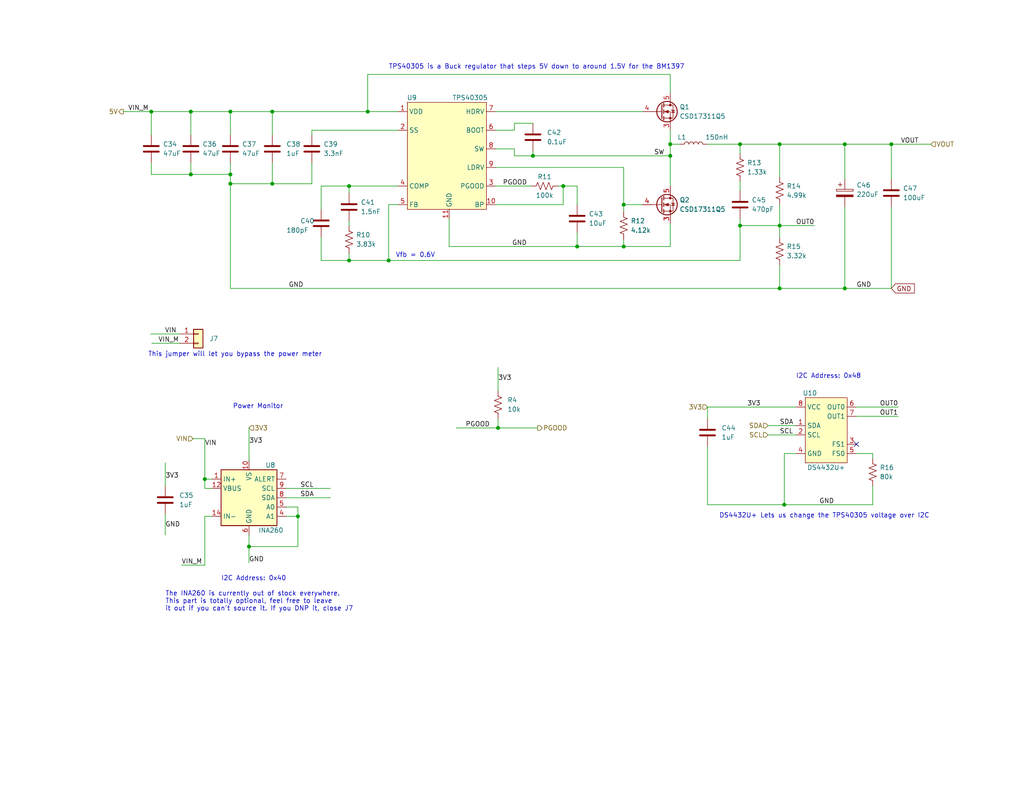
<source format=kicad_sch>
(kicad_sch (version 20230121) (generator eeschema)
  (paper "A")
  (title_block (title "le bitaxeUltra") (date "2023-07-10") (rev "0"))
  (lib_symbols
    (symbol "Connector_Generic:Conn_01x02" (pin_names (offset 1.016) hide)
      (property "Reference" "J" (at 0 2.54 0))
      (property "Value" "Conn_01x02" (at 0 -5.08 0))
      (symbol "Conn_01x02_1_1"
        (rectangle (start -1.27 -2.413) (end 0 -2.667) (stroke (width 0.1524)))
        (rectangle (start -1.27 0.127) (end 0 -0.127) (stroke (width 0.1524)))
        (rectangle (start -1.27 1.27) (end 1.27 -3.81) (stroke (width 0.254)) (fill (type background)))
        (pin passive line (at -5.08 0 0) (length 3.81) (name "Pin_1") (number "1"))
        (pin passive line (at -5.08 -2.54 0) (length 3.81) (name "Pin_2") (number "2"))
      )
    )
    (symbol "Device:C" (pin_numbers hide) (pin_names (offset 0.254))
      (property "Reference" "C" (at 0.635 2.54 0))
      (property "Value" "C" (at 0.635 -2.54 0))
      (symbol "C_0_1"
        (polyline (pts (xy -2.032 -0.762) (xy 2.032 -0.762)) (stroke (width 0.508)))
        (polyline (pts (xy -2.032 0.762) (xy 2.032 0.762)) (stroke (width 0.508)))
      )
      (symbol "C_1_1"
        (pin passive line (at 0 3.81 270) (length 2.794) (name "~") (number "1"))
        (pin passive line (at 0 -3.81 90) (length 2.794) (name "~") (number "2"))
      )
    )
    (symbol "Device:C_Polarized" (pin_numbers hide) (pin_names (offset 0.254))
      (property "Reference" "C" (at 0.635 2.54 0))
      (property "Value" "C_Polarized" (at 0.635 -2.54 0))
      (symbol "C_Polarized_0_1"
        (rectangle (start -2.286 0.508) (end 2.286 1.016))
        (polyline (pts (xy -1.778 2.286) (xy -0.762 2.286)))
        (polyline (pts (xy -1.27 2.794) (xy -1.27 1.778)))
        (rectangle (start 2.286 -0.508) (end -2.286 -1.016) (fill (type outline)))
      )
      (symbol "C_Polarized_1_1"
        (pin passive line (at 0 3.81 270) (length 2.794) (name "~") (number "1"))
        (pin passive line (at 0 -3.81 90) (length 2.794) (name "~") (number "2"))
      )
    )
    (symbol "Device:L" (pin_numbers hide) (pin_names (offset 1.016) hide)
      (property "Reference" "L" (at -1.27 0 90))
      (property "Value" "L" (at 1.905 0 90))
      (symbol "L_0_1"
        (arc (start 0 -2.54) (mid 0.6323 -1.905) (end 0 -1.27))
        (arc (start 0 -1.27) (mid 0.6323 -0.635) (end 0 0))
        (arc (start 0 0) (mid 0.6323 0.635) (end 0 1.27))
        (arc (start 0 1.27) (mid 0.6323 1.905) (end 0 2.54))
      )
      (symbol "L_1_1"
        (pin passive line (at 0 3.81 270) (length 1.27) (name "1") (number "1"))
        (pin passive line (at 0 -3.81 90) (length 1.27) (name "2") (number "2"))
      )
    )
    (symbol "Device:R_US" (pin_numbers hide) (pin_names (offset 0))
      (property "Reference" "R" (at 2.54 0 90))
      (property "Value" "R_US" (at -2.54 0 90))
      (symbol "R_US_0_1"
        (polyline (pts (xy 0 -2.286) (xy 0 -2.54)))
        (polyline (pts (xy 0 2.286) (xy 0 2.54)))
        (polyline (pts (xy 0 -0.762) (xy 1.016 -1.143) (xy 0 -1.524) (xy -1.016 -1.905) (xy 0 -2.286)))
        (polyline (pts (xy 0 0.762) (xy 1.016 0.381) (xy 0 0) (xy -1.016 -0.381) (xy 0 -0.762)))
        (polyline (pts (xy 0 2.286) (xy 1.016 1.905) (xy 0 1.524) (xy -1.016 1.143) (xy 0 0.762)))
      )
      (symbol "R_US_1_1"
        (pin passive line (at 0 3.81 270) (length 1.27) (name "~") (number "1"))
        (pin passive line (at 0 -3.81 90) (length 1.27) (name "~") (number "2"))
      )
    )
    (symbol "Sensor:INA260"
      (property "Reference" "U" (at -6.35 8.89 0))
      (property "Value" "INA260" (at 2.54 8.89 0))
      (symbol "INA260_0_1"
        (rectangle (start -7.62 7.62) (end 7.62 -7.62) (stroke (width 0.254)) (fill (type background)))
      )
      (symbol "INA260_1_1"
        (pin passive line (at -10.16 5.08 0) (length 2.54) (name "IN+") (number "1"))
        (pin power_in line (at 0 10.16 270) (length 2.54) (name "VS") (number "10"))
        (pin passive line (at 0 -10.16 90) (length 2.54) hide (name "GND") (number "11"))
        (pin passive line (at -10.16 2.54 0) (length 2.54) (name "VBUS") (number "12"))
        (pin no_connect line (at 2.54 -7.62 90) (length 2.54) hide (name "NC") (number "13"))
        (pin passive line (at -10.16 -5.08 0) (length 2.54) (name "IN-") (number "14"))
        (pin passive line (at -10.16 -5.08 0) (length 2.54) hide (name "IN-") (number "15"))
        (pin passive line (at -10.16 -5.08 0) (length 2.54) hide (name "IN-") (number "16"))
        (pin passive line (at -10.16 5.08 0) (length 2.54) hide (name "IN+") (number "2"))
        (pin passive line (at -10.16 5.08 0) (length 2.54) hide (name "IN+") (number "3"))
        (pin input line (at 10.16 -5.08 180) (length 2.54) (name "A1") (number "4"))
        (pin input line (at 10.16 -2.54 180) (length 2.54) (name "A0") (number "5"))
        (pin power_in line (at 0 -10.16 90) (length 2.54) (name "GND") (number "6"))
        (pin open_collector line (at 10.16 5.08 180) (length 2.54) (name "ALERT") (number "7"))
        (pin bidirectional line (at 10.16 0 180) (length 2.54) (name "SDA") (number "8"))
        (pin input line (at 10.16 2.54 180) (length 2.54) (name "SCL") (number "9"))
      )
    )
    (symbol "bitaxe:DS4432U+"
      (property "Reference" "U10" (at -5.08 10.16 0))
      (property "Value" "DS4432U+" (at -0.635 -10.16 0))
      (symbol "DS4432U+_0_1"
        (rectangle (start -6.35 8.89) (end 5.08 -8.89) (stroke (width 0.1524)) (fill (type background)))
      )
      (symbol "DS4432U+_1_1"
        (pin input line (at -8.89 1.27 0) (length 2.54) (name "SDA") (number "1"))
        (pin input line (at -8.89 -1.27 0) (length 2.54) (name "SCL") (number "2"))
        (pin input line (at 7.62 -3.81 180) (length 2.54) (name "FS1") (number "3"))
        (pin power_in line (at -8.89 -6.35 0) (length 2.54) (name "GND") (number "4"))
        (pin input line (at 7.62 -6.35 180) (length 2.54) (name "FS0") (number "5"))
        (pin output line (at 7.62 6.35 180) (length 2.54) (name "OUT0") (number "6"))
        (pin output line (at 7.62 3.81 180) (length 2.54) (name "OUT1") (number "7"))
        (pin power_in line (at -8.89 6.35 0) (length 2.54) (name "VCC") (number "8"))
      )
    )
    (symbol "bitaxe:Q_NMOS_CSD17311Q5_1" (pin_names (offset 0) hide)
      (property "Reference" "Q1" (at 5.08 1.27 0))
      (property "Value" "CSD17311Q5" (at 5.08 -1.27 0))
      (symbol "Q_NMOS_CSD17311Q5_1_0_1"
        (polyline (pts (xy 0.254 0) (xy -2.54 0)))
        (polyline (pts (xy 0.254 1.905) (xy 0.254 -1.905)) (stroke (width 0.254)))
        (polyline (pts (xy 0.762 -1.27) (xy 0.762 -2.286)) (stroke (width 0.254)))
        (polyline (pts (xy 0.762 0.508) (xy 0.762 -0.508)) (stroke (width 0.254)))
        (polyline (pts (xy 0.762 2.286) (xy 0.762 1.27)) (stroke (width 0.254)))
        (polyline (pts (xy 2.54 2.54) (xy 2.54 1.778)))
        (polyline (pts (xy 2.54 -2.54) (xy 2.54 0) (xy 0.762 0)))
        (polyline (pts (xy 0.762 -1.778) (xy 3.302 -1.778) (xy 3.302 1.778) (xy 0.762 1.778)))
        (polyline (pts (xy 1.016 0) (xy 2.032 0.381) (xy 2.032 -0.381) (xy 1.016 0)) (fill (type outline)))
        (polyline (pts (xy 2.794 0.508) (xy 2.921 0.381) (xy 3.683 0.381) (xy 3.81 0.254)))
        (polyline (pts (xy 3.302 0.381) (xy 2.921 -0.254) (xy 3.683 -0.254) (xy 3.302 0.381)))
        (circle (center 1.651 0) (radius 2.794) (stroke (width 0.254)))
        (circle (center 2.54 -1.778) (radius 0.254) (fill (type outline)))
        (circle (center 2.54 1.778) (radius 0.254) (fill (type outline)))
      )
      (symbol "Q_NMOS_CSD17311Q5_1_1_1"
        (pin passive line (at 2.54 -5.08 90) (length 2.54) hide (name "") (number "1"))
        (pin passive line (at 2.54 -5.08 90) (length 2.54) hide (name "") (number "2"))
        (pin passive line (at 2.54 -5.08 90) (length 2.54) (name "S") (number "3"))
        (pin input line (at -5.08 0 0) (length 2.54) (name "G") (number "4"))
        (pin passive line (at 2.54 5.08 270) (length 2.54) (name "D") (number "5"))
      )
    )
    (symbol "bitaxe:TPS40305"
      (property "Reference" "U9" (at -10.16 16.51 0))
      (property "Value" "TPS40305" (at 5.715 16.51 0))
      (symbol "TPS40305_0_1"
        (rectangle (start -11.43 15.24) (end 10.16 -13.97) (stroke (width 0.1524)) (fill (type background)))
      )
      (symbol "TPS40305_1_1"
        (pin input line (at -13.97 12.7 0) (length 2.54) (name "VDD") (number "1"))
        (pin input line (at 12.7 -12.7 180) (length 2.54) (name "BP") (number "10"))
        (pin input line (at 0 -16.51 90) (length 2.54) (name "GND") (number "11"))
        (pin input line (at -13.97 7.62 0) (length 2.54) (name "SS") (number "2"))
        (pin input line (at 12.7 -7.62 180) (length 2.54) (name "PGOOD") (number "3"))
        (pin input line (at -13.97 -7.62 0) (length 2.54) (name "COMP") (number "4"))
        (pin input line (at -13.97 -12.7 0) (length 2.54) (name "FB") (number "5"))
        (pin input line (at 12.7 7.62 180) (length 2.54) (name "BOOT") (number "6"))
        (pin input line (at 12.7 12.7 180) (length 2.54) (name "HDRV") (number "7"))
        (pin input line (at 12.7 2.54 180) (length 2.54) (name "SW") (number "8"))
        (pin input line (at 12.7 -2.54 180) (length 2.54) (name "LDRV") (number "9"))
      )
    )
  )
  (junction (at 135.89 116.84))
  (junction (at 62.865 50.165))
  (junction (at 201.93 61.595))
  (junction (at 62.865 47.625))
  (junction (at 153.67 50.8))
  (junction (at 213.995 137.795))
  (junction (at 41.275 30.48))
  (junction (at 145.415 42.545))
  (junction (at 182.88 42.545))
  (junction (at 212.725 78.74))
  (junction (at 95.25 50.8))
  (junction (at 182.88 39.37))
  (junction (at 170.18 55.88))
  (junction (at 230.505 78.74))
  (junction (at 212.725 39.37))
  (junction (at 52.07 47.625))
  (junction (at 74.295 30.48))
  (junction (at 100.33 30.48))
  (junction (at 106.045 71.12))
  (junction (at 67.945 149.225))
  (junction (at 52.07 30.48))
  (junction (at 230.505 39.37))
  (junction (at 212.725 61.595))
  (junction (at 81.28 140.97))
  (junction (at 157.48 67.31))
  (junction (at 62.865 30.48))
  (junction (at 74.295 50.165))
  (junction (at 243.205 39.37))
  (junction (at 55.88 130.81))
  (junction (at 201.93 39.37))
  (junction (at 95.25 71.12))
  (junction (at 170.18 67.31))
  (no_connect (at 233.68 121.285))
  (wire (pts (xy 243.205 39.37) (xy 230.505 39.37)))
  (wire (pts (xy 193.04 111.125) (xy 217.17 111.125)))
  (wire (pts (xy 157.48 63.5) (xy 157.48 67.31)))
  (wire (pts (xy 41.275 30.48) (xy 52.07 30.48)))
  (wire (pts (xy 108.585 50.8) (xy 95.25 50.8)))
  (wire (pts (xy 182.88 35.56) (xy 182.88 39.37)))
  (wire (pts (xy 243.205 48.895) (xy 243.205 39.37)))
  (wire (pts (xy 170.18 55.88) (xy 175.26 55.88)))
  (wire (pts (xy 67.945 116.84) (xy 67.945 125.73)))
  (wire (pts (xy 95.25 60.325) (xy 95.25 61.595)))
  (wire (pts (xy 74.295 44.45) (xy 74.295 50.165)))
  (wire (pts (xy 212.725 55.88) (xy 212.725 61.595)))
  (wire (pts (xy 170.18 45.72) (xy 170.18 55.88)))
  (wire (pts (xy 55.88 130.81) (xy 55.88 119.761)))
  (wire (pts (xy 52.07 44.45) (xy 52.07 47.625)))
  (wire (pts (xy 170.18 67.31) (xy 170.18 65.405)))
  (wire (pts (xy 233.68 113.665) (xy 245.11 113.665)))
  (wire (pts (xy 85.09 44.45) (xy 85.09 50.165)))
  (wire (pts (xy 182.88 20.32) (xy 100.33 20.32)))
  (wire (pts (xy 193.04 114.3) (xy 193.04 111.125)))
  (wire (pts (xy 201.93 39.37) (xy 201.93 41.91)))
  (wire (pts (xy 57.785 133.35) (xy 55.88 133.35)))
  (wire (pts (xy 52.07 47.625) (xy 62.865 47.625)))
  (wire (pts (xy 243.205 39.37) (xy 254 39.37)))
  (wire (pts (xy 55.88 140.97) (xy 55.88 154.305)))
  (wire (pts (xy 124.46 116.84) (xy 135.89 116.84)))
  (wire (pts (xy 87.63 71.12) (xy 87.63 64.77)))
  (wire (pts (xy 87.63 50.8) (xy 87.63 57.15)))
  (wire (pts (xy 49.53 154.305) (xy 55.88 154.305)))
  (wire (pts (xy 209.55 116.205) (xy 217.17 116.205)))
  (wire (pts (xy 62.865 50.165) (xy 74.295 50.165)))
  (wire (pts (xy 78.105 138.43) (xy 81.28 138.43)))
  (wire (pts (xy 122.555 67.31) (xy 157.48 67.31)))
  (wire (pts (xy 81.28 149.225) (xy 67.945 149.225)))
  (wire (pts (xy 213.995 123.825) (xy 217.17 123.825)))
  (wire (pts (xy 62.865 78.74) (xy 212.725 78.74)))
  (wire (pts (xy 201.93 49.53) (xy 201.93 52.07)))
  (wire (pts (xy 57.785 130.81) (xy 55.88 130.81)))
  (wire (pts (xy 74.295 30.48) (xy 74.295 36.83)))
  (wire (pts (xy 95.25 69.215) (xy 95.25 71.12)))
  (wire (pts (xy 212.725 72.39) (xy 212.725 78.74)))
  (wire (pts (xy 41.402 93.726) (xy 49.022 93.726)))
  (wire (pts (xy 157.48 67.31) (xy 170.18 67.31)))
  (wire (pts (xy 238.125 132.715) (xy 238.125 137.795)))
  (wire (pts (xy 153.67 55.88) (xy 153.67 50.8)))
  (wire (pts (xy 230.505 39.37) (xy 230.505 48.895)))
  (wire (pts (xy 212.725 61.595) (xy 212.725 64.77)))
  (wire (pts (xy 140.335 40.64) (xy 140.335 42.545)))
  (wire (pts (xy 182.88 60.96) (xy 182.88 67.31)))
  (wire (pts (xy 81.28 138.43) (xy 81.28 140.97)))
  (wire (pts (xy 135.255 45.72) (xy 170.18 45.72)))
  (wire (pts (xy 135.255 40.64) (xy 140.335 40.64)))
  (wire (pts (xy 41.275 47.625) (xy 52.07 47.625)))
  (wire (pts (xy 233.68 111.125) (xy 245.11 111.125)))
  (wire (pts (xy 135.255 55.88) (xy 153.67 55.88)))
  (wire (pts (xy 41.275 36.83) (xy 41.275 30.48)))
  (wire (pts (xy 230.505 56.515) (xy 230.505 78.74)))
  (wire (pts (xy 62.865 30.48) (xy 62.865 36.83)))
  (wire (pts (xy 152.4 50.8) (xy 153.67 50.8)))
  (wire (pts (xy 52.07 30.48) (xy 62.865 30.48)))
  (wire (pts (xy 213.995 137.795) (xy 213.995 123.825)))
  (wire (pts (xy 45.085 140.335) (xy 45.085 146.05)))
  (wire (pts (xy 140.335 42.545) (xy 145.415 42.545)))
  (wire (pts (xy 230.505 39.37) (xy 212.725 39.37)))
  (wire (pts (xy 100.33 20.32) (xy 100.33 30.48)))
  (wire (pts (xy 182.88 67.31) (xy 170.18 67.31)))
  (wire (pts (xy 67.945 149.225) (xy 67.945 153.67)))
  (wire (pts (xy 233.68 123.825) (xy 238.125 123.825)))
  (wire (pts (xy 135.89 116.84) (xy 146.685 116.84)))
  (wire (pts (xy 170.18 55.88) (xy 170.18 57.785)))
  (wire (pts (xy 182.88 42.545) (xy 182.88 50.8)))
  (wire (pts (xy 95.25 71.12) (xy 87.63 71.12)))
  (wire (pts (xy 62.865 30.48) (xy 74.295 30.48)))
  (wire (pts (xy 230.505 78.74) (xy 243.205 78.74)))
  (wire (pts (xy 193.04 137.795) (xy 213.995 137.795)))
  (wire (pts (xy 78.105 140.97) (xy 81.28 140.97)))
  (wire (pts (xy 67.945 146.05) (xy 67.945 149.225)))
  (wire (pts (xy 135.255 50.8) (xy 144.78 50.8)))
  (wire (pts (xy 106.045 71.12) (xy 95.25 71.12)))
  (wire (pts (xy 157.48 50.8) (xy 157.48 55.88)))
  (wire (pts (xy 52.07 30.48) (xy 52.07 36.83)))
  (wire (pts (xy 135.89 114.3) (xy 135.89 116.84)))
  (wire (pts (xy 62.865 47.625) (xy 62.865 50.165)))
  (wire (pts (xy 145.415 42.545) (xy 182.88 42.545)))
  (wire (pts (xy 182.88 25.4) (xy 182.88 20.32)))
  (wire (pts (xy 62.865 50.165) (xy 62.865 78.74)))
  (wire (pts (xy 41.275 44.45) (xy 41.275 47.625)))
  (wire (pts (xy 62.865 44.45) (xy 62.865 47.625)))
  (wire (pts (xy 122.555 59.69) (xy 122.555 67.31)))
  (wire (pts (xy 212.725 61.595) (xy 222.25 61.595)))
  (wire (pts (xy 212.725 78.74) (xy 230.505 78.74)))
  (wire (pts (xy 193.04 39.37) (xy 201.93 39.37)))
  (wire (pts (xy 209.55 118.745) (xy 217.17 118.745)))
  (wire (pts (xy 108.585 55.88) (xy 106.045 55.88)))
  (wire (pts (xy 108.585 35.56) (xy 85.09 35.56)))
  (wire (pts (xy 57.785 140.97) (xy 55.88 140.97)))
  (wire (pts (xy 201.93 39.37) (xy 212.725 39.37)))
  (wire (pts (xy 153.67 50.8) (xy 157.48 50.8)))
  (wire (pts (xy 140.335 35.56) (xy 140.335 33.655)))
  (wire (pts (xy 201.93 59.69) (xy 201.93 61.595)))
  (wire (pts (xy 41.148 91.186) (xy 49.022 91.186)))
  (wire (pts (xy 243.205 56.515) (xy 243.205 78.74)))
  (wire (pts (xy 201.93 71.12) (xy 106.045 71.12)))
  (wire (pts (xy 95.25 50.8) (xy 87.63 50.8)))
  (wire (pts (xy 74.295 30.48) (xy 100.33 30.48)))
  (wire (pts (xy 140.335 33.655) (xy 145.415 33.655)))
  (wire (pts (xy 145.415 41.275) (xy 145.415 42.545)))
  (wire (pts (xy 45.085 126.365) (xy 45.085 132.715)))
  (wire (pts (xy 135.255 30.48) (xy 175.26 30.48)))
  (wire (pts (xy 55.88 133.35) (xy 55.88 130.81)))
  (wire (pts (xy 100.33 30.48) (xy 108.585 30.48)))
  (wire (pts (xy 85.09 35.56) (xy 85.09 36.83)))
  (wire (pts (xy 212.725 39.37) (xy 212.725 48.26)))
  (wire (pts (xy 182.88 39.37) (xy 185.42 39.37)))
  (wire (pts (xy 135.89 100.33) (xy 135.89 106.68)))
  (wire (pts (xy 238.125 123.825) (xy 238.125 125.095)))
  (wire (pts (xy 201.93 61.595) (xy 201.93 71.12)))
  (wire (pts (xy 135.255 35.56) (xy 140.335 35.56)))
  (wire (pts (xy 78.105 133.35) (xy 90.17 133.35)))
  (wire (pts (xy 81.28 140.97) (xy 81.28 149.225)))
  (wire (pts (xy 106.045 55.88) (xy 106.045 71.12)))
  (wire (pts (xy 182.88 39.37) (xy 182.88 42.545)))
  (wire (pts (xy 238.125 137.795) (xy 213.995 137.795)))
  (wire (pts (xy 193.04 121.92) (xy 193.04 137.795)))
  (wire (pts (xy 52.705 119.761) (xy 55.88 119.761)))
  (wire (pts (xy 33.655 30.48) (xy 41.275 30.48)))
  (wire (pts (xy 78.105 135.89) (xy 90.17 135.89)))
  (wire (pts (xy 74.295 50.165) (xy 85.09 50.165)))
  (wire (pts (xy 201.93 61.595) (xy 212.725 61.595)))
  (wire (pts (xy 95.25 50.8) (xy 95.25 52.705)))
  (text "DS4432U+ Lets us change the TPS40305 voltage over I2C" (at 196.215 141.605 0) (effects (font (size 1.27 1.27)) (justify left bottom)))
  (text "I2C Address: 0x48" (at 217.17 103.505 0) (effects (font (size 1.27 1.27)) (justify left bottom)))
  (text "The INA260 is currently out of stock everywhere.\nThis part is totally optional, feel free to leave \nit out if you can't source it. If you DNP it, close J7" (at 45.085 167.005 0) (effects (font (size 1.27 1.27)) (justify left bottom)))
  (text "Power Monitor" (at 63.5 111.76 0) (effects (font (size 1.27 1.27)) (justify left bottom)))
  (text "TPS40305 is a Buck regulator that steps 5V down to around 1.5V for the BM1397" (at 106.045 19.05 0) (effects (font (size 1.27 1.27)) (justify left bottom)))
  (text "I2C Address: 0x40" (at 60.325 158.75 0) (effects (font (size 1.27 1.27)) (justify left bottom)))
  (text "Vfb = 0.6V" (at 107.95 70.485 0) (effects (font (size 1.27 1.27)) (justify left bottom)))
  (text "This jumper will let you bypass the power meter" (at 40.386 97.536 0) (effects (font (size 1.27 1.27)) (justify left bottom)))
  (label "3V3" (at 203.835 111.125 0))
  (label "SDA" (at 212.725 116.205 0))
  (label "VIN_M" (at 34.925 30.48 0))
  (label "GND" (at 233.68 78.74 0))
  (label "VIN_M" (at 49.53 154.305 0))
  (label "GND" (at 78.74 78.74 0))
  (label "VIN" (at 44.958 91.186 0))
  (label "GND" (at 67.945 153.67 0))
  (label "3V3" (at 67.945 121.285 0))
  (label "PGOOD" (at 137.16 50.8 0))
  (label "GND" (at 45.085 144.145 0))
  (label "SCL" (at 81.915 133.35 0))
  (label "VOUT" (at 245.745 39.37 0))
  (label "3V3" (at 45.085 130.81 0))
  (label "OUT1" (at 240.03 113.665 0))
  (label "SCL" (at 212.725 118.745 0))
  (label "SDA" (at 81.915 135.89 0))
  (label "OUT0" (at 217.17 61.595 0))
  (label "OUT0" (at 240.03 111.125 0))
  (label "GND" (at 223.52 137.795 0))
  (label "VIN_M" (at 43.18 93.726 0))
  (label "3V3" (at 135.89 104.14 0))
  (label "PGOOD" (at 127 116.84 0))
  (label "SW" (at 178.435 42.545 0))
  (label "GND" (at 139.7 67.31 0))
  (label "VIN" (at 55.88 121.92 0))
  (global_label "GND" (shape input) (at 243.205 78.74 0) (property "Intersheetrefs" "${INTERSHEET_REFS}" (effects hide)))
  (hierarchical_label "SDA" (shape input) (at 209.55 116.205 180))
  (hierarchical_label "5V" (shape output) (at 33.655 30.48 180))
  (hierarchical_label "SCL" (shape input) (at 209.55 118.745 180))
  (hierarchical_label "3V3" (shape input) (at 67.945 116.84 0))
  (hierarchical_label "VOUT" (shape input) (at 254 39.37 0))
  (hierarchical_label "VIN" (shape input) (at 52.705 119.761 180))
  (hierarchical_label "3V3" (shape input) (at 193.04 111.125 180))
  (hierarchical_label "PGOOD" (shape output) (at 146.685 116.84 0))
  (symbol (lib_id "Device:C") (at 157.48 59.69 0) (unit 1)
    (property "Reference" "C43" (at 160.655 58.4199 0) (effects (justify left)))
    (property "Value" "10uF" (at 160.655 60.9599 0) (effects (justify left)))
    (property "Footprint" "Capacitor_SMD:C_0805_2012Metric" (effects hide))
    (property "DK" "1276-1096-1-ND" (effects hide))
    (property "PARTNO" "CL21A106KOQNNNE" (effects hide))
  )
  (symbol (lib_id "Device:R_US") (at 212.725 52.07 0) (unit 1)
    (property "Reference" "R14" (at 214.63 50.7999 0) (effects (justify left)))
    (property "Value" "4.99k" (at 214.63 53.3399 0) (effects (justify left)))
    (property "Footprint" "Resistor_SMD:R_0402_1005Metric" (effects hide))
    (property "DK" "311-4.99KLRCT-ND" (effects hide))
    (property "PARTNO" "RC0402FR-074K99L" (effects hide))
  )
  (symbol (lib_id "Device:C") (at 62.865 40.64 0) (unit 1)
    (property "Reference" "C37" (at 66.04 39.3699 0) (effects (justify left)))
    (property "Value" "47uF" (at 66.04 41.9099 0) (effects (justify left)))
    (property "Footprint" "Capacitor_SMD:C_1210_3225Metric" (effects hide))
    (property "DK" "490-6539-1-ND" (effects hide))
    (property "PARTNO" "GRM32ER61C476KE15L" (effects hide))
  )
  (symbol (lib_id "Device:C_Polarized") (at 230.505 52.705 0) (unit 1)
    (property "Reference" "C46" (at 233.68 50.5459 0) (effects (justify left)))
    (property "Value" "220uF" (at 233.68 53.0859 0) (effects (justify left)))
    (property "Footprint" "bitaxe:CAP_2R5TPE220MAFB" (effects hide))
    (property "Datasheet" "https://media.digikey.com/pdf/Data%20Sheets/Panasonic%20Capacitors%20PDFs/TPE_Series_POSCAP_Rev02_Oct_2017.pdf" (effects hide))
    (property "PARTNO" "2R5TPE220MAFB" (effects hide))
    (property "DK" "P16200CT-ND" (effects hide))
  )
  (symbol (lib_id "bitaxe:TPS40305") (at 122.555 43.18 0) (unit 1)
    (property "Reference" "U9" (at 112.395 26.67 0))
    (property "Value" "TPS40305" (at 128.27 26.67 0))
    (property "Footprint" "bitaxe:TPS40305" (effects hide))
    (property "Datasheet" "https://www.ti.com/lit/ds/symlink/tps40303.pdf" (effects hide))
    (property "DK" "296-37445-1-ND" (effects hide))
    (property "PARTNO" "TPS40305DRCR" (effects hide))
  )
  (symbol (lib_id "Sensor:INA260") (at 67.945 135.89 0) (unit 1)
    (property "Reference" "U8" (at 72.39 127 0) (effects (justify left)))
    (property "Value" "INA260" (at 70.485 144.78 0) (effects (justify left)))
    (property "Footprint" "Package_SO:TSSOP-16_4.4x5mm_P0.65mm" (effects hide))
    (property "Datasheet" "http://www.ti.com/lit/ds/symlink/ina260.pdf" (effects hide))
    (property "PARTNO" "INA260AIPWR" (effects hide))
    (property "DK" "296-47777-1-ND" (effects hide))
  )
  (symbol (lib_id "Device:C") (at 41.275 40.64 0) (unit 1)
    (property "Reference" "C34" (at 44.45 39.3699 0) (effects (justify left)))
    (property "Value" "47uF" (at 44.45 41.9099 0) (effects (justify left)))
    (property "Footprint" "Capacitor_SMD:C_1210_3225Metric" (effects hide))
    (property "DK" "490-6539-1-ND" (effects hide))
    (property "PARTNO" "GRM32ER61C476KE15L" (effects hide))
  )
  (symbol (lib_id "bitaxe:Q_NMOS_CSD17311Q5_1") (at 180.34 55.88 0) (unit 1)
    (property "Reference" "Q2" (at 185.42 54.61 0) (effects (justify left)))
    (property "Value" "CSD17311Q5" (at 185.42 57.15 0) (effects (justify left)))
    (property "Footprint" "bitaxe:CSD17311Q5" (effects hide))
    (property "Datasheet" "https://www.ti.com/lit/ds/symlink/csd17311q5.pdf" (effects hide))
    (property "DK" "296-27625-1-ND" (effects hide))
    (property "PARTNO" "CSD17311Q5" (effects hide))
  )
  (symbol (lib_id "Device:C") (at 85.09 40.64 0) (unit 1)
    (property "Reference" "C39" (at 88.265 39.3699 0) (effects (justify left)))
    (property "Value" "3.3nF" (at 88.265 41.9099 0) (effects (justify left)))
    (property "Footprint" "Capacitor_SMD:C_0402_1005Metric" (effects hide))
    (property "DK" "1276-1552-1-ND" (effects hide))
    (property "PARTNO" "CL05B332KB5NNNC" (effects hide))
  )
  (symbol (lib_id "Device:C") (at 52.07 40.64 0) (unit 1)
    (property "Reference" "C36" (at 55.245 39.3699 0) (effects (justify left)))
    (property "Value" "47uF" (at 55.245 41.9099 0) (effects (justify left)))
    (property "Footprint" "Capacitor_SMD:C_1210_3225Metric" (effects hide))
    (property "DK" "490-6539-1-ND" (effects hide))
    (property "PARTNO" "GRM32ER61C476KE15L" (effects hide))
  )
  (symbol (lib_id "Device:C") (at 74.295 40.64 0) (unit 1)
    (property "Reference" "C38" (at 78.105 39.3699 0) (effects (justify left)))
    (property "Value" "1uF" (at 78.105 41.9099 0) (effects (justify left)))
    (property "Footprint" "Capacitor_SMD:C_0805_2012Metric" (effects hide))
    (property "DK" "1276-6471-1-ND" (effects hide))
    (property "PARTNO" "CL21B105KOFNNNG" (effects hide))
  )
  (symbol (lib_id "bitaxe:DS4432U+") (at 226.06 117.475 0) (unit 1)
    (property "Reference" "U10" (at 220.98 107.315 0))
    (property "Value" "DS4432U+" (at 225.425 127.635 0))
    (property "Footprint" "Package_SO:TSSOP-8_3x3mm_P0.65mm" (effects hide))
    (property "Datasheet" "https://datasheets.maximintegrated.com/en/ds/DS4432.pdf" (effects hide))
    (property "DK" "DS4432U+-ND" (effects hide))
    (property "PARTNO" "DS4432U+" (effects hide))
  )
  (symbol (lib_id "Device:C") (at 243.205 52.705 0) (unit 1)
    (property "Reference" "C47" (at 246.38 51.4349 0) (effects (justify left)))
    (property "Value" "100uF" (at 246.38 53.9749 0) (effects (justify left)))
    (property "Footprint" "Capacitor_SMD:C_1206_3216Metric" (effects hide))
    (property "PARTNO" "C3216X5R0J107M160AB" (effects hide))
    (property "DK" "445-6008-1-ND" (effects hide))
  )
  (symbol (lib_id "Device:C") (at 95.25 56.515 0) (unit 1)
    (property "Reference" "C41" (at 98.425 55.2449 0) (effects (justify left)))
    (property "Value" "1.5nF" (at 98.425 57.7849 0) (effects (justify left)))
    (property "Footprint" "Capacitor_SMD:C_0805_2012Metric" (effects hide))
    (property "DK" "311-1128-1-ND" (effects hide))
    (property "PARTNO" "CC0805KRX7R9BB152" (effects hide))
  )
  (symbol (lib_id "Device:R_US") (at 212.725 68.58 0) (unit 1)
    (property "Reference" "R15" (at 214.63 67.3099 0) (effects (justify left)))
    (property "Value" "3.32k" (at 214.63 69.8499 0) (effects (justify left)))
    (property "Footprint" "Resistor_SMD:R_0402_1005Metric" (effects hide))
    (property "DK" "311-3.32KLRCT-ND" (effects hide))
    (property "PARTNO" "RC0402FR-073K32L" (effects hide))
  )
  (symbol (lib_id "Device:R_US") (at 148.59 50.8 90) (unit 1)
    (property "Reference" "R11" (at 148.59 48.26 90))
    (property "Value" "100k" (at 148.59 53.34 90))
    (property "Footprint" "Resistor_SMD:R_0402_1005Metric" (effects hide))
    (property "DK" "311-100KJRCT-ND" (effects hide))
    (property "PARTNO" "RC0402JR-07100KL" (effects hide))
  )
  (symbol (lib_id "Device:C") (at 145.415 37.465 0) (unit 1)
    (property "Reference" "C42" (at 149.225 36.1949 0) (effects (justify left)))
    (property "Value" "0.1uF" (at 149.225 38.7349 0) (effects (justify left)))
    (property "Footprint" "Capacitor_SMD:C_0402_1005Metric" (effects hide))
    (property "DK" "1292-1639-1-ND" (effects hide))
    (property "PARTNO" "0402X104K100CT" (effects hide))
  )
  (symbol (lib_id "Connector_Generic:Conn_01x02") (at 54.102 91.186 0) (unit 1)
    (property "Reference" "J7" (at 57.15 92.4559 0) (effects (justify left)))
    (property "Value" "Conn_01x02" (effects hide))
    (property "Footprint" "Connector_PinHeader_2.54mm:PinHeader_1x02_P2.54mm_Vertical" (effects hide))
  )
  (symbol (lib_id "Device:R_US") (at 238.125 128.905 0) (unit 1)
    (property "Reference" "R16" (at 240.03 127.6349 0) (effects (justify left)))
    (property "Value" "80k" (at 240.03 130.1749 0) (effects (justify left)))
    (property "Footprint" "Resistor_SMD:R_0402_1005Metric" (effects hide))
    (property "DK" "311-80.6KLRCT-ND" (effects hide))
    (property "PARTNO" "RC0402FR-0780K6L" (effects hide))
  )
  (symbol (lib_id "Device:C") (at 193.04 118.11 0) (unit 1)
    (property "Reference" "C44" (at 196.85 116.8399 0) (effects (justify left)))
    (property "Value" "1uF" (at 196.85 119.3799 0) (effects (justify left)))
    (property "Footprint" "Capacitor_SMD:C_0402_1005Metric" (effects hide))
    (property "DK" "587-5514-1-ND" (effects hide))
    (property "PARTNO" "EMK105BJ105MV-F" (effects hide))
  )
  (symbol (lib_id "Device:R_US") (at 201.93 45.72 0) (unit 1)
    (property "Reference" "R13" (at 203.835 44.4499 0) (effects (justify left)))
    (property "Value" "1.33k" (at 203.835 46.9899 0) (effects (justify left)))
    (property "Footprint" "Resistor_SMD:R_0402_1005Metric" (effects hide))
    (property "DK" "311-1.33KLRCT-ND" (effects hide))
    (property "PARTNO" "RC0402FR-071K33L" (effects hide))
  )
  (symbol (lib_id "Device:R_US") (at 95.25 65.405 0) (unit 1)
    (property "Reference" "R10" (at 97.155 64.1349 0) (effects (justify left)))
    (property "Value" "3.83k" (at 97.155 66.6749 0) (effects (justify left)))
    (property "Footprint" "Resistor_SMD:R_0402_1005Metric" (effects hide))
    (property "DK" "311-3.83KLRCT-ND" (effects hide))
    (property "PARTNO" "RC0402FR-073K83L" (effects hide))
  )
  (symbol (lib_id "bitaxe:Q_NMOS_CSD17311Q5_1") (at 180.34 30.48 0) (unit 1)
    (property "Reference" "Q1" (at 185.42 29.21 0) (effects (justify left)))
    (property "Value" "CSD17311Q5" (at 185.42 31.75 0) (effects (justify left)))
    (property "Footprint" "bitaxe:CSD17311Q5" (effects hide))
    (property "Datasheet" "https://www.ti.com/lit/ds/symlink/csd17311q5.pdf" (effects hide))
    (property "DK" "296-27625-1-ND" (effects hide))
    (property "PARTNO" "CSD17311Q5" (effects hide))
  )
  (symbol (lib_id "Device:C") (at 201.93 55.88 0) (unit 1)
    (property "Reference" "C45" (at 205.105 54.6099 0) (effects (justify left)))
    (property "Value" "470pF" (at 205.105 57.1499 0) (effects (justify left)))
    (property "Footprint" "Capacitor_SMD:C_0805_2012Metric" (effects hide))
    (property "DK" "1292-1580-1-ND" (effects hide))
    (property "PARTNO" "0805B471K500CT" (effects hide))
  )
  (symbol (lib_id "Device:L") (at 189.23 39.37 90) (unit 1)
    (property "Reference" "L1" (at 186.055 37.465 90))
    (property "Value" "150nH" (at 195.58 37.465 90))
    (property "Footprint" "bitaxe:FP1005R1-R15-R" (effects hide))
    (property "Datasheet" "https://www.eaton.com/content/dam/eaton/products/electronic-components/resources/data-sheet/eaton-fp1005r-high-current-power-inductors-data-sheet.pdf" (effects hide))
    (property "PARTNO" "FP1005R1-R15-R" (effects hide))
    (property "DK" "513-1568-1-ND" (effects hide))
  )
  (symbol (lib_id "Device:R_US") (at 170.18 61.595 0) (unit 1)
    (property "Reference" "R12" (at 172.085 60.3249 0) (effects (justify left)))
    (property "Value" "4.12k" (at 172.085 62.8649 0) (effects (justify left)))
    (property "Footprint" "Resistor_SMD:R_0402_1005Metric" (effects hide))
    (property "DK" "RMCF0402FT4K12CT-ND" (effects hide))
    (property "PARTNO" "RMCF0402FT4K12" (effects hide))
  )
  (symbol (lib_id "Device:C") (at 45.085 136.525 0) (unit 1)
    (property "Reference" "C35" (at 48.895 135.2549 0) (effects (justify left)))
    (property "Value" "1uF" (at 48.895 137.7949 0) (effects (justify left)))
    (property "Footprint" "Capacitor_SMD:C_0402_1005Metric" (effects hide))
    (property "DK" "587-5514-1-ND" (effects hide))
    (property "PARTNO" "EMK105BJ105MV-F" (effects hide))
  )
  (symbol (lib_id "Device:C") (at 87.63 60.96 0) (unit 1)
    (property "Reference" "C40" (at 81.915 60.325 0) (effects (justify left)))
    (property "Value" "180pF" (at 78.105 62.865 0) (effects (justify left)))
    (property "Footprint" "Capacitor_SMD:C_0805_2012Metric" (effects hide))
    (property "DK" "311-1114-1-ND" (effects hide))
    (property "PARTNO" "CC0805JRNPO9BN181" (effects hide))
  )
  (symbol (lib_id "Device:R_US") (at 135.89 110.49 0) (unit 1)
    (property "Reference" "R4" (at 138.43 109.2199 0) (effects (justify left)))
    (property "Value" "10k" (at 138.43 111.7599 0) (effects (justify left)))
    (property "Footprint" "Resistor_SMD:R_0402_1005Metric" (effects hide))
    (property "DK" "311-10KJRCT-ND" (effects hide))
    (property "PARTNO" "RC0402JR-0710KL" (effects hide))
  )
)
</source>
